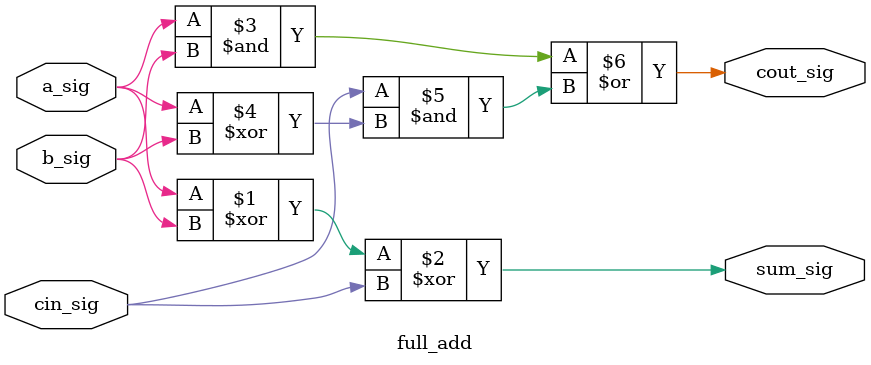
<source format=v>

module full_add(
       input a_sig,
       input b_sig,
       input cin_sig,
       output sum_sig,
       output cout_sig);

 assign sum_sig = a_sig ^ b_sig ^ cin_sig; 
 assign cout_sig = (a_sig&b_sig) | (cin_sig&(a_sig ^ b_sig));

endmodule

</source>
